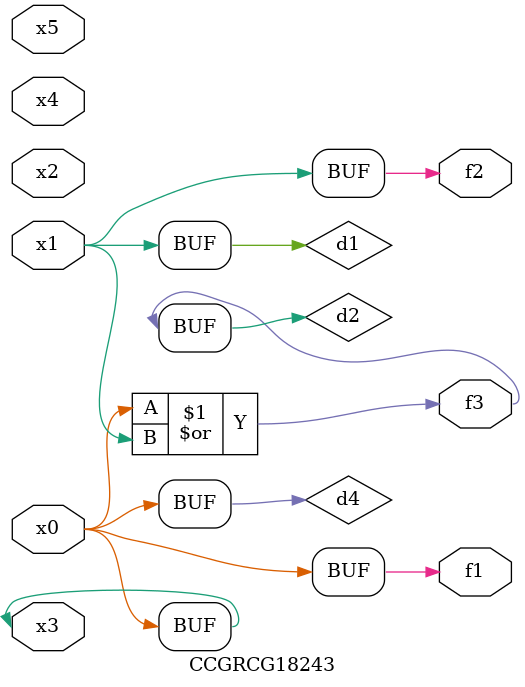
<source format=v>
module CCGRCG18243(
	input x0, x1, x2, x3, x4, x5,
	output f1, f2, f3
);

	wire d1, d2, d3, d4;

	and (d1, x1);
	or (d2, x0, x1);
	nand (d3, x0, x5);
	buf (d4, x0, x3);
	assign f1 = d4;
	assign f2 = d1;
	assign f3 = d2;
endmodule

</source>
